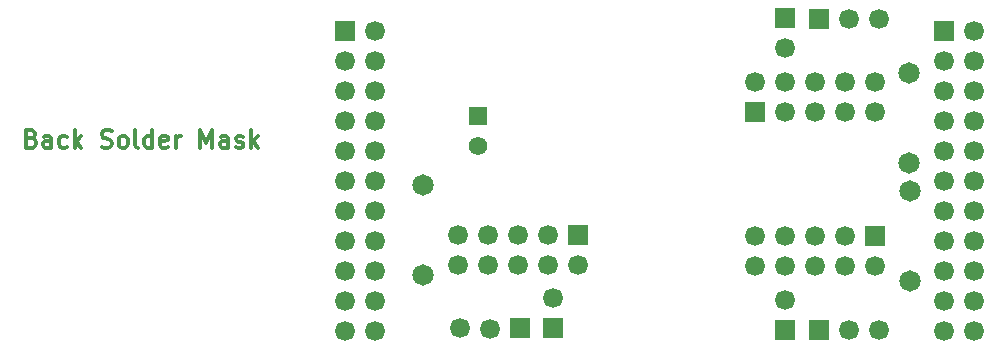
<source format=gbs>
G04 (created by PCBNEW (2013-07-07 BZR 4022)-stable) date 06/11/2013 18:13:25*
%MOIN*%
G04 Gerber Fmt 3.4, Leading zero omitted, Abs format*
%FSLAX34Y34*%
G01*
G70*
G90*
G04 APERTURE LIST*
%ADD10C,0.00590551*%
%ADD11C,0.011811*%
%ADD12R,0.0662992X0.0662992*%
%ADD13C,0.0662992*%
%ADD14R,0.0612992X0.0612992*%
%ADD15C,0.0612992*%
%ADD16C,0.0712992*%
G04 APERTURE END LIST*
G54D10*
G54D11*
X28440Y-37459D02*
X28525Y-37487D01*
X28553Y-37515D01*
X28581Y-37571D01*
X28581Y-37656D01*
X28553Y-37712D01*
X28525Y-37740D01*
X28468Y-37768D01*
X28243Y-37768D01*
X28243Y-37178D01*
X28440Y-37178D01*
X28496Y-37206D01*
X28525Y-37234D01*
X28553Y-37290D01*
X28553Y-37346D01*
X28525Y-37402D01*
X28496Y-37431D01*
X28440Y-37459D01*
X28243Y-37459D01*
X29087Y-37768D02*
X29087Y-37459D01*
X29059Y-37402D01*
X29003Y-37374D01*
X28890Y-37374D01*
X28834Y-37402D01*
X29087Y-37740D02*
X29031Y-37768D01*
X28890Y-37768D01*
X28834Y-37740D01*
X28806Y-37684D01*
X28806Y-37627D01*
X28834Y-37571D01*
X28890Y-37543D01*
X29031Y-37543D01*
X29087Y-37515D01*
X29621Y-37740D02*
X29565Y-37768D01*
X29453Y-37768D01*
X29396Y-37740D01*
X29368Y-37712D01*
X29340Y-37656D01*
X29340Y-37487D01*
X29368Y-37431D01*
X29396Y-37402D01*
X29453Y-37374D01*
X29565Y-37374D01*
X29621Y-37402D01*
X29874Y-37768D02*
X29874Y-37178D01*
X29931Y-37543D02*
X30099Y-37768D01*
X30099Y-37374D02*
X29874Y-37599D01*
X30774Y-37740D02*
X30859Y-37768D01*
X30999Y-37768D01*
X31055Y-37740D01*
X31084Y-37712D01*
X31112Y-37656D01*
X31112Y-37599D01*
X31084Y-37543D01*
X31055Y-37515D01*
X30999Y-37487D01*
X30887Y-37459D01*
X30830Y-37431D01*
X30802Y-37402D01*
X30774Y-37346D01*
X30774Y-37290D01*
X30802Y-37234D01*
X30830Y-37206D01*
X30887Y-37178D01*
X31027Y-37178D01*
X31112Y-37206D01*
X31449Y-37768D02*
X31393Y-37740D01*
X31365Y-37712D01*
X31337Y-37656D01*
X31337Y-37487D01*
X31365Y-37431D01*
X31393Y-37402D01*
X31449Y-37374D01*
X31534Y-37374D01*
X31590Y-37402D01*
X31618Y-37431D01*
X31646Y-37487D01*
X31646Y-37656D01*
X31618Y-37712D01*
X31590Y-37740D01*
X31534Y-37768D01*
X31449Y-37768D01*
X31983Y-37768D02*
X31927Y-37740D01*
X31899Y-37684D01*
X31899Y-37178D01*
X32462Y-37768D02*
X32462Y-37178D01*
X32462Y-37740D02*
X32405Y-37768D01*
X32293Y-37768D01*
X32237Y-37740D01*
X32208Y-37712D01*
X32180Y-37656D01*
X32180Y-37487D01*
X32208Y-37431D01*
X32237Y-37402D01*
X32293Y-37374D01*
X32405Y-37374D01*
X32462Y-37402D01*
X32968Y-37740D02*
X32911Y-37768D01*
X32799Y-37768D01*
X32743Y-37740D01*
X32715Y-37684D01*
X32715Y-37459D01*
X32743Y-37402D01*
X32799Y-37374D01*
X32911Y-37374D01*
X32968Y-37402D01*
X32996Y-37459D01*
X32996Y-37515D01*
X32715Y-37571D01*
X33249Y-37768D02*
X33249Y-37374D01*
X33249Y-37487D02*
X33277Y-37431D01*
X33305Y-37402D01*
X33361Y-37374D01*
X33418Y-37374D01*
X34064Y-37768D02*
X34064Y-37178D01*
X34261Y-37599D01*
X34458Y-37178D01*
X34458Y-37768D01*
X34992Y-37768D02*
X34992Y-37459D01*
X34964Y-37402D01*
X34908Y-37374D01*
X34796Y-37374D01*
X34739Y-37402D01*
X34992Y-37740D02*
X34936Y-37768D01*
X34796Y-37768D01*
X34739Y-37740D01*
X34711Y-37684D01*
X34711Y-37627D01*
X34739Y-37571D01*
X34796Y-37543D01*
X34936Y-37543D01*
X34992Y-37515D01*
X35246Y-37740D02*
X35302Y-37768D01*
X35414Y-37768D01*
X35471Y-37740D01*
X35499Y-37684D01*
X35499Y-37656D01*
X35471Y-37599D01*
X35414Y-37571D01*
X35330Y-37571D01*
X35274Y-37543D01*
X35246Y-37487D01*
X35246Y-37459D01*
X35274Y-37402D01*
X35330Y-37374D01*
X35414Y-37374D01*
X35471Y-37402D01*
X35752Y-37768D02*
X35752Y-37178D01*
X35808Y-37543D02*
X35977Y-37768D01*
X35977Y-37374D02*
X35752Y-37599D01*
G54D12*
X38870Y-33870D03*
G54D13*
X39870Y-33870D03*
X38870Y-34870D03*
X39870Y-34870D03*
X38870Y-35870D03*
X39870Y-35870D03*
X38870Y-36870D03*
X39870Y-36870D03*
X38870Y-37870D03*
X39870Y-37870D03*
X38870Y-38870D03*
X39870Y-38870D03*
X38870Y-39870D03*
X39870Y-39870D03*
X38870Y-40870D03*
X39870Y-40870D03*
X38870Y-41870D03*
X39870Y-41870D03*
X38870Y-42870D03*
X39870Y-42870D03*
X38870Y-43870D03*
X39870Y-43870D03*
G54D12*
X58850Y-33870D03*
G54D13*
X59850Y-33870D03*
X58850Y-34870D03*
X59850Y-34870D03*
X58850Y-35870D03*
X59850Y-35870D03*
X58850Y-36870D03*
X59850Y-36870D03*
X58850Y-37870D03*
X59850Y-37870D03*
X58850Y-38870D03*
X59850Y-38870D03*
X58850Y-39870D03*
X59850Y-39870D03*
X58850Y-40870D03*
X59850Y-40870D03*
X58850Y-41870D03*
X59850Y-41870D03*
X58850Y-42870D03*
X59850Y-42870D03*
X58850Y-43870D03*
X59850Y-43870D03*
G54D14*
X43307Y-36724D03*
G54D15*
X43307Y-37724D03*
G54D16*
X57696Y-38291D03*
X57696Y-35291D03*
X41496Y-39011D03*
X41496Y-42011D03*
X57716Y-39208D03*
X57716Y-42208D03*
G54D12*
X52566Y-36582D03*
G54D13*
X52566Y-35582D03*
X53566Y-36582D03*
X53566Y-35582D03*
X54566Y-36582D03*
X54566Y-35582D03*
X55566Y-36582D03*
X55566Y-35582D03*
X56566Y-36582D03*
X56566Y-35582D03*
G54D12*
X46645Y-40681D03*
G54D13*
X46645Y-41681D03*
X45645Y-40681D03*
X45645Y-41681D03*
X44645Y-40681D03*
X44645Y-41681D03*
X43645Y-40681D03*
X43645Y-41681D03*
X42645Y-40681D03*
X42645Y-41681D03*
G54D12*
X56566Y-40700D03*
G54D13*
X56566Y-41700D03*
X55566Y-40700D03*
X55566Y-41700D03*
X54566Y-40700D03*
X54566Y-41700D03*
X53566Y-40700D03*
X53566Y-41700D03*
X52566Y-40700D03*
X52566Y-41700D03*
G54D12*
X54669Y-33464D03*
G54D13*
X55669Y-33464D03*
X56669Y-33464D03*
G54D12*
X54669Y-43838D03*
G54D13*
X55669Y-43838D03*
X56669Y-43838D03*
G54D12*
X44710Y-43769D03*
G54D13*
X43710Y-43809D03*
X42710Y-43769D03*
G54D12*
X53553Y-43846D03*
G54D13*
X53553Y-42846D03*
G54D12*
X53553Y-33456D03*
G54D13*
X53553Y-34456D03*
G54D12*
X45807Y-43767D03*
G54D13*
X45807Y-42767D03*
M02*

</source>
